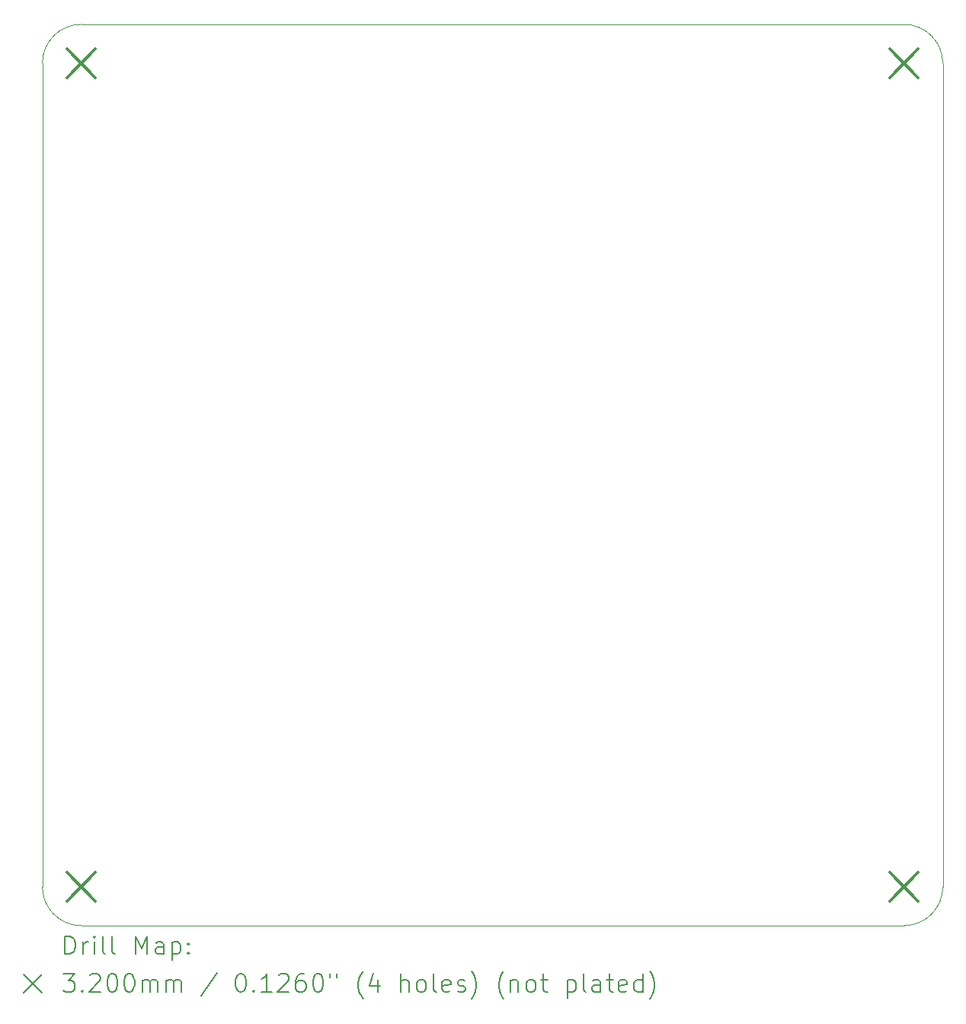
<source format=gbr>
%TF.GenerationSoftware,KiCad,Pcbnew,6.0.10-86aedd382b~118~ubuntu20.04.1*%
%TF.CreationDate,2022-12-27T17:02:08-05:00*%
%TF.ProjectId,AMP_PCBv2,414d505f-5043-4427-9632-2e6b69636164,A*%
%TF.SameCoordinates,Original*%
%TF.FileFunction,Drillmap*%
%TF.FilePolarity,Positive*%
%FSLAX45Y45*%
G04 Gerber Fmt 4.5, Leading zero omitted, Abs format (unit mm)*
G04 Created by KiCad (PCBNEW 6.0.10-86aedd382b~118~ubuntu20.04.1) date 2022-12-27 17:02:08*
%MOMM*%
%LPD*%
G01*
G04 APERTURE LIST*
%ADD10C,0.100000*%
%ADD11C,0.200000*%
%ADD12C,0.320000*%
G04 APERTURE END LIST*
D10*
X18313400Y-14757400D02*
G75*
G03*
X18745200Y-14325600I0J431800D01*
G01*
X9169400Y-4749800D02*
G75*
G03*
X8737600Y-5181600I0J-431800D01*
G01*
X9169400Y-4749800D02*
X18313400Y-4749800D01*
X9169400Y-14757400D02*
X18313400Y-14757400D01*
X18745200Y-5181600D02*
G75*
G03*
X18313400Y-4749800I-431800J0D01*
G01*
X8737600Y-14325600D02*
X8737600Y-5181600D01*
X18745200Y-5181600D02*
X18745200Y-14325600D01*
X8737600Y-14325600D02*
G75*
G03*
X9169400Y-14757400I431800J0D01*
G01*
D11*
D12*
X9009400Y-5021600D02*
X9329400Y-5341600D01*
X9329400Y-5021600D02*
X9009400Y-5341600D01*
X9009400Y-14165600D02*
X9329400Y-14485600D01*
X9329400Y-14165600D02*
X9009400Y-14485600D01*
X18153400Y-5021600D02*
X18473400Y-5341600D01*
X18473400Y-5021600D02*
X18153400Y-5341600D01*
X18153400Y-14165600D02*
X18473400Y-14485600D01*
X18473400Y-14165600D02*
X18153400Y-14485600D01*
D11*
X8990219Y-15072876D02*
X8990219Y-14872876D01*
X9037838Y-14872876D01*
X9066410Y-14882400D01*
X9085457Y-14901448D01*
X9094981Y-14920495D01*
X9104505Y-14958590D01*
X9104505Y-14987162D01*
X9094981Y-15025257D01*
X9085457Y-15044305D01*
X9066410Y-15063352D01*
X9037838Y-15072876D01*
X8990219Y-15072876D01*
X9190219Y-15072876D02*
X9190219Y-14939543D01*
X9190219Y-14977638D02*
X9199743Y-14958590D01*
X9209267Y-14949067D01*
X9228314Y-14939543D01*
X9247362Y-14939543D01*
X9314029Y-15072876D02*
X9314029Y-14939543D01*
X9314029Y-14872876D02*
X9304505Y-14882400D01*
X9314029Y-14891924D01*
X9323552Y-14882400D01*
X9314029Y-14872876D01*
X9314029Y-14891924D01*
X9437838Y-15072876D02*
X9418790Y-15063352D01*
X9409267Y-15044305D01*
X9409267Y-14872876D01*
X9542600Y-15072876D02*
X9523552Y-15063352D01*
X9514029Y-15044305D01*
X9514029Y-14872876D01*
X9771171Y-15072876D02*
X9771171Y-14872876D01*
X9837838Y-15015733D01*
X9904505Y-14872876D01*
X9904505Y-15072876D01*
X10085457Y-15072876D02*
X10085457Y-14968114D01*
X10075933Y-14949067D01*
X10056886Y-14939543D01*
X10018790Y-14939543D01*
X9999743Y-14949067D01*
X10085457Y-15063352D02*
X10066410Y-15072876D01*
X10018790Y-15072876D01*
X9999743Y-15063352D01*
X9990219Y-15044305D01*
X9990219Y-15025257D01*
X9999743Y-15006209D01*
X10018790Y-14996686D01*
X10066410Y-14996686D01*
X10085457Y-14987162D01*
X10180695Y-14939543D02*
X10180695Y-15139543D01*
X10180695Y-14949067D02*
X10199743Y-14939543D01*
X10237838Y-14939543D01*
X10256886Y-14949067D01*
X10266410Y-14958590D01*
X10275933Y-14977638D01*
X10275933Y-15034781D01*
X10266410Y-15053828D01*
X10256886Y-15063352D01*
X10237838Y-15072876D01*
X10199743Y-15072876D01*
X10180695Y-15063352D01*
X10361648Y-15053828D02*
X10371171Y-15063352D01*
X10361648Y-15072876D01*
X10352124Y-15063352D01*
X10361648Y-15053828D01*
X10361648Y-15072876D01*
X10361648Y-14949067D02*
X10371171Y-14958590D01*
X10361648Y-14968114D01*
X10352124Y-14958590D01*
X10361648Y-14949067D01*
X10361648Y-14968114D01*
X8532600Y-15302400D02*
X8732600Y-15502400D01*
X8732600Y-15302400D02*
X8532600Y-15502400D01*
X8971171Y-15292876D02*
X9094981Y-15292876D01*
X9028314Y-15369067D01*
X9056886Y-15369067D01*
X9075933Y-15378590D01*
X9085457Y-15388114D01*
X9094981Y-15407162D01*
X9094981Y-15454781D01*
X9085457Y-15473828D01*
X9075933Y-15483352D01*
X9056886Y-15492876D01*
X8999743Y-15492876D01*
X8980695Y-15483352D01*
X8971171Y-15473828D01*
X9180695Y-15473828D02*
X9190219Y-15483352D01*
X9180695Y-15492876D01*
X9171171Y-15483352D01*
X9180695Y-15473828D01*
X9180695Y-15492876D01*
X9266410Y-15311924D02*
X9275933Y-15302400D01*
X9294981Y-15292876D01*
X9342600Y-15292876D01*
X9361648Y-15302400D01*
X9371171Y-15311924D01*
X9380695Y-15330971D01*
X9380695Y-15350019D01*
X9371171Y-15378590D01*
X9256886Y-15492876D01*
X9380695Y-15492876D01*
X9504505Y-15292876D02*
X9523552Y-15292876D01*
X9542600Y-15302400D01*
X9552124Y-15311924D01*
X9561648Y-15330971D01*
X9571171Y-15369067D01*
X9571171Y-15416686D01*
X9561648Y-15454781D01*
X9552124Y-15473828D01*
X9542600Y-15483352D01*
X9523552Y-15492876D01*
X9504505Y-15492876D01*
X9485457Y-15483352D01*
X9475933Y-15473828D01*
X9466410Y-15454781D01*
X9456886Y-15416686D01*
X9456886Y-15369067D01*
X9466410Y-15330971D01*
X9475933Y-15311924D01*
X9485457Y-15302400D01*
X9504505Y-15292876D01*
X9694981Y-15292876D02*
X9714029Y-15292876D01*
X9733076Y-15302400D01*
X9742600Y-15311924D01*
X9752124Y-15330971D01*
X9761648Y-15369067D01*
X9761648Y-15416686D01*
X9752124Y-15454781D01*
X9742600Y-15473828D01*
X9733076Y-15483352D01*
X9714029Y-15492876D01*
X9694981Y-15492876D01*
X9675933Y-15483352D01*
X9666410Y-15473828D01*
X9656886Y-15454781D01*
X9647362Y-15416686D01*
X9647362Y-15369067D01*
X9656886Y-15330971D01*
X9666410Y-15311924D01*
X9675933Y-15302400D01*
X9694981Y-15292876D01*
X9847362Y-15492876D02*
X9847362Y-15359543D01*
X9847362Y-15378590D02*
X9856886Y-15369067D01*
X9875933Y-15359543D01*
X9904505Y-15359543D01*
X9923552Y-15369067D01*
X9933076Y-15388114D01*
X9933076Y-15492876D01*
X9933076Y-15388114D02*
X9942600Y-15369067D01*
X9961648Y-15359543D01*
X9990219Y-15359543D01*
X10009267Y-15369067D01*
X10018790Y-15388114D01*
X10018790Y-15492876D01*
X10114029Y-15492876D02*
X10114029Y-15359543D01*
X10114029Y-15378590D02*
X10123552Y-15369067D01*
X10142600Y-15359543D01*
X10171171Y-15359543D01*
X10190219Y-15369067D01*
X10199743Y-15388114D01*
X10199743Y-15492876D01*
X10199743Y-15388114D02*
X10209267Y-15369067D01*
X10228314Y-15359543D01*
X10256886Y-15359543D01*
X10275933Y-15369067D01*
X10285457Y-15388114D01*
X10285457Y-15492876D01*
X10675933Y-15283352D02*
X10504505Y-15540495D01*
X10933076Y-15292876D02*
X10952124Y-15292876D01*
X10971171Y-15302400D01*
X10980695Y-15311924D01*
X10990219Y-15330971D01*
X10999743Y-15369067D01*
X10999743Y-15416686D01*
X10990219Y-15454781D01*
X10980695Y-15473828D01*
X10971171Y-15483352D01*
X10952124Y-15492876D01*
X10933076Y-15492876D01*
X10914029Y-15483352D01*
X10904505Y-15473828D01*
X10894981Y-15454781D01*
X10885457Y-15416686D01*
X10885457Y-15369067D01*
X10894981Y-15330971D01*
X10904505Y-15311924D01*
X10914029Y-15302400D01*
X10933076Y-15292876D01*
X11085457Y-15473828D02*
X11094981Y-15483352D01*
X11085457Y-15492876D01*
X11075933Y-15483352D01*
X11085457Y-15473828D01*
X11085457Y-15492876D01*
X11285457Y-15492876D02*
X11171171Y-15492876D01*
X11228314Y-15492876D02*
X11228314Y-15292876D01*
X11209267Y-15321448D01*
X11190219Y-15340495D01*
X11171171Y-15350019D01*
X11361648Y-15311924D02*
X11371171Y-15302400D01*
X11390219Y-15292876D01*
X11437838Y-15292876D01*
X11456886Y-15302400D01*
X11466409Y-15311924D01*
X11475933Y-15330971D01*
X11475933Y-15350019D01*
X11466409Y-15378590D01*
X11352124Y-15492876D01*
X11475933Y-15492876D01*
X11647362Y-15292876D02*
X11609267Y-15292876D01*
X11590219Y-15302400D01*
X11580695Y-15311924D01*
X11561648Y-15340495D01*
X11552124Y-15378590D01*
X11552124Y-15454781D01*
X11561648Y-15473828D01*
X11571171Y-15483352D01*
X11590219Y-15492876D01*
X11628314Y-15492876D01*
X11647362Y-15483352D01*
X11656886Y-15473828D01*
X11666409Y-15454781D01*
X11666409Y-15407162D01*
X11656886Y-15388114D01*
X11647362Y-15378590D01*
X11628314Y-15369067D01*
X11590219Y-15369067D01*
X11571171Y-15378590D01*
X11561648Y-15388114D01*
X11552124Y-15407162D01*
X11790219Y-15292876D02*
X11809267Y-15292876D01*
X11828314Y-15302400D01*
X11837838Y-15311924D01*
X11847362Y-15330971D01*
X11856886Y-15369067D01*
X11856886Y-15416686D01*
X11847362Y-15454781D01*
X11837838Y-15473828D01*
X11828314Y-15483352D01*
X11809267Y-15492876D01*
X11790219Y-15492876D01*
X11771171Y-15483352D01*
X11761648Y-15473828D01*
X11752124Y-15454781D01*
X11742600Y-15416686D01*
X11742600Y-15369067D01*
X11752124Y-15330971D01*
X11761648Y-15311924D01*
X11771171Y-15302400D01*
X11790219Y-15292876D01*
X11933076Y-15292876D02*
X11933076Y-15330971D01*
X12009267Y-15292876D02*
X12009267Y-15330971D01*
X12304505Y-15569067D02*
X12294981Y-15559543D01*
X12275933Y-15530971D01*
X12266409Y-15511924D01*
X12256886Y-15483352D01*
X12247362Y-15435733D01*
X12247362Y-15397638D01*
X12256886Y-15350019D01*
X12266409Y-15321448D01*
X12275933Y-15302400D01*
X12294981Y-15273828D01*
X12304505Y-15264305D01*
X12466409Y-15359543D02*
X12466409Y-15492876D01*
X12418790Y-15283352D02*
X12371171Y-15426209D01*
X12494981Y-15426209D01*
X12723552Y-15492876D02*
X12723552Y-15292876D01*
X12809267Y-15492876D02*
X12809267Y-15388114D01*
X12799743Y-15369067D01*
X12780695Y-15359543D01*
X12752124Y-15359543D01*
X12733076Y-15369067D01*
X12723552Y-15378590D01*
X12933076Y-15492876D02*
X12914028Y-15483352D01*
X12904505Y-15473828D01*
X12894981Y-15454781D01*
X12894981Y-15397638D01*
X12904505Y-15378590D01*
X12914028Y-15369067D01*
X12933076Y-15359543D01*
X12961648Y-15359543D01*
X12980695Y-15369067D01*
X12990219Y-15378590D01*
X12999743Y-15397638D01*
X12999743Y-15454781D01*
X12990219Y-15473828D01*
X12980695Y-15483352D01*
X12961648Y-15492876D01*
X12933076Y-15492876D01*
X13114028Y-15492876D02*
X13094981Y-15483352D01*
X13085457Y-15464305D01*
X13085457Y-15292876D01*
X13266409Y-15483352D02*
X13247362Y-15492876D01*
X13209267Y-15492876D01*
X13190219Y-15483352D01*
X13180695Y-15464305D01*
X13180695Y-15388114D01*
X13190219Y-15369067D01*
X13209267Y-15359543D01*
X13247362Y-15359543D01*
X13266409Y-15369067D01*
X13275933Y-15388114D01*
X13275933Y-15407162D01*
X13180695Y-15426209D01*
X13352124Y-15483352D02*
X13371171Y-15492876D01*
X13409267Y-15492876D01*
X13428314Y-15483352D01*
X13437838Y-15464305D01*
X13437838Y-15454781D01*
X13428314Y-15435733D01*
X13409267Y-15426209D01*
X13380695Y-15426209D01*
X13361648Y-15416686D01*
X13352124Y-15397638D01*
X13352124Y-15388114D01*
X13361648Y-15369067D01*
X13380695Y-15359543D01*
X13409267Y-15359543D01*
X13428314Y-15369067D01*
X13504505Y-15569067D02*
X13514028Y-15559543D01*
X13533076Y-15530971D01*
X13542600Y-15511924D01*
X13552124Y-15483352D01*
X13561648Y-15435733D01*
X13561648Y-15397638D01*
X13552124Y-15350019D01*
X13542600Y-15321448D01*
X13533076Y-15302400D01*
X13514028Y-15273828D01*
X13504505Y-15264305D01*
X13866409Y-15569067D02*
X13856886Y-15559543D01*
X13837838Y-15530971D01*
X13828314Y-15511924D01*
X13818790Y-15483352D01*
X13809267Y-15435733D01*
X13809267Y-15397638D01*
X13818790Y-15350019D01*
X13828314Y-15321448D01*
X13837838Y-15302400D01*
X13856886Y-15273828D01*
X13866409Y-15264305D01*
X13942600Y-15359543D02*
X13942600Y-15492876D01*
X13942600Y-15378590D02*
X13952124Y-15369067D01*
X13971171Y-15359543D01*
X13999743Y-15359543D01*
X14018790Y-15369067D01*
X14028314Y-15388114D01*
X14028314Y-15492876D01*
X14152124Y-15492876D02*
X14133076Y-15483352D01*
X14123552Y-15473828D01*
X14114028Y-15454781D01*
X14114028Y-15397638D01*
X14123552Y-15378590D01*
X14133076Y-15369067D01*
X14152124Y-15359543D01*
X14180695Y-15359543D01*
X14199743Y-15369067D01*
X14209267Y-15378590D01*
X14218790Y-15397638D01*
X14218790Y-15454781D01*
X14209267Y-15473828D01*
X14199743Y-15483352D01*
X14180695Y-15492876D01*
X14152124Y-15492876D01*
X14275933Y-15359543D02*
X14352124Y-15359543D01*
X14304505Y-15292876D02*
X14304505Y-15464305D01*
X14314028Y-15483352D01*
X14333076Y-15492876D01*
X14352124Y-15492876D01*
X14571171Y-15359543D02*
X14571171Y-15559543D01*
X14571171Y-15369067D02*
X14590219Y-15359543D01*
X14628314Y-15359543D01*
X14647362Y-15369067D01*
X14656886Y-15378590D01*
X14666409Y-15397638D01*
X14666409Y-15454781D01*
X14656886Y-15473828D01*
X14647362Y-15483352D01*
X14628314Y-15492876D01*
X14590219Y-15492876D01*
X14571171Y-15483352D01*
X14780695Y-15492876D02*
X14761648Y-15483352D01*
X14752124Y-15464305D01*
X14752124Y-15292876D01*
X14942600Y-15492876D02*
X14942600Y-15388114D01*
X14933076Y-15369067D01*
X14914028Y-15359543D01*
X14875933Y-15359543D01*
X14856886Y-15369067D01*
X14942600Y-15483352D02*
X14923552Y-15492876D01*
X14875933Y-15492876D01*
X14856886Y-15483352D01*
X14847362Y-15464305D01*
X14847362Y-15445257D01*
X14856886Y-15426209D01*
X14875933Y-15416686D01*
X14923552Y-15416686D01*
X14942600Y-15407162D01*
X15009267Y-15359543D02*
X15085457Y-15359543D01*
X15037838Y-15292876D02*
X15037838Y-15464305D01*
X15047362Y-15483352D01*
X15066409Y-15492876D01*
X15085457Y-15492876D01*
X15228314Y-15483352D02*
X15209267Y-15492876D01*
X15171171Y-15492876D01*
X15152124Y-15483352D01*
X15142600Y-15464305D01*
X15142600Y-15388114D01*
X15152124Y-15369067D01*
X15171171Y-15359543D01*
X15209267Y-15359543D01*
X15228314Y-15369067D01*
X15237838Y-15388114D01*
X15237838Y-15407162D01*
X15142600Y-15426209D01*
X15409267Y-15492876D02*
X15409267Y-15292876D01*
X15409267Y-15483352D02*
X15390219Y-15492876D01*
X15352124Y-15492876D01*
X15333076Y-15483352D01*
X15323552Y-15473828D01*
X15314028Y-15454781D01*
X15314028Y-15397638D01*
X15323552Y-15378590D01*
X15333076Y-15369067D01*
X15352124Y-15359543D01*
X15390219Y-15359543D01*
X15409267Y-15369067D01*
X15485457Y-15569067D02*
X15494981Y-15559543D01*
X15514028Y-15530971D01*
X15523552Y-15511924D01*
X15533076Y-15483352D01*
X15542600Y-15435733D01*
X15542600Y-15397638D01*
X15533076Y-15350019D01*
X15523552Y-15321448D01*
X15514028Y-15302400D01*
X15494981Y-15273828D01*
X15485457Y-15264305D01*
M02*

</source>
